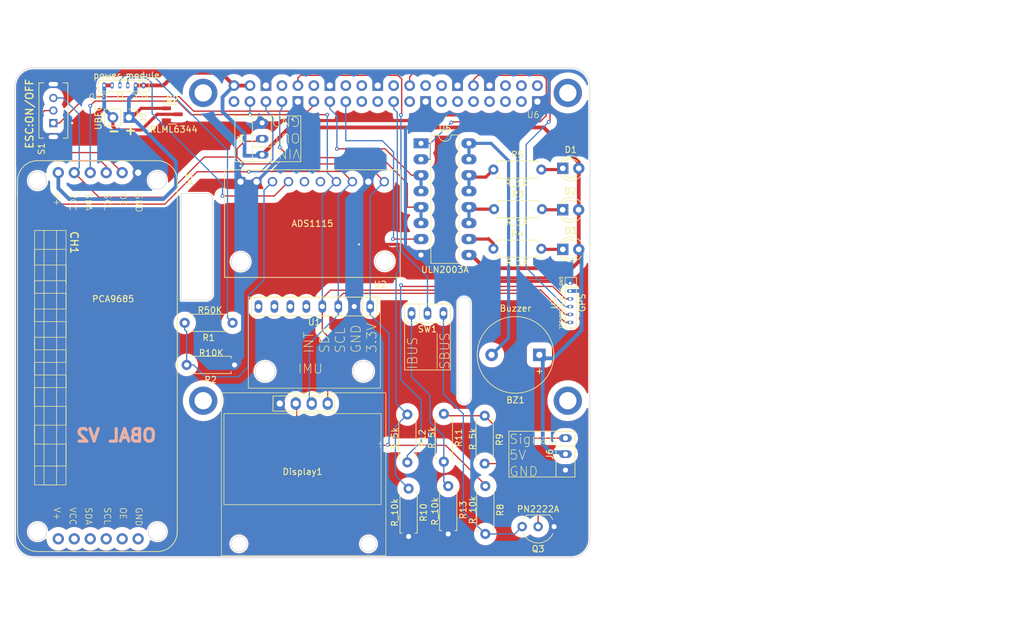
<source format=kicad_pcb>
(kicad_pcb (version 20240108) (generator "pcbnew") (generator_version "8.0")
  (layers (0 "F.Cu" signal) (31 "B.Cu" signal) (34 "B.Paste" user) (35 "F.Paste" user) (36 "B.SilkS" user "B.Silkscreen") (37 "F.SilkS" user "F.Silkscreen") (38 "B.Mask" user) (39 "F.Mask" user) (44 "Edge.Cuts" user))
  (net 0 "")
  (net 1 "+5V")
  (net 2 "Net-(BZ1--)")
  (net 3 "Net-(D1-K)")
  (net 4 "Net-(U5-O5)")
  (net 5 "Net-(D2-K)")
  (net 6 "Net-(U5-O7)")
  (net 7 "Net-(U5-O3)")
  (net 8 "Net-(D3-K)")
  (net 9 "GNDREF")
  (net 10 "/SDA")
  (net 11 "/SCL")
  (net 12 "+3V3")
  (net 13 "/Sense_Current")
  (net 14 "Net-(J1-Pin_4)")
  (net 15 "/GND_Terminal")
  (net 16 "/IBUS")
  (net 18 "/TX_GPS")
  (net 19 "/SBUS_Inverted")
  (net 20 "Net-(Q3-B)")
  (net 21 "/Sense_Voltage")
  (net 22 "/Servo_ENB")
  (net 23 "/PCA_ENB")
  (net 24 "Net-(J6-Pin_1)")
  (net 30 "/LED_B")
  (net 31 "/LED_C")
  (net 32 "/Buzzer")
  (net 33 "/LED_A")
  (net 41 "/RXD4")
  (net 42 "/xBUS_3V3")
  (net 54 "/TXD4")
  (footprint "Package_TO_SOT_SMD:SOT-23" (layer "F.Cu") (at 103.9 35)
    (property "Reference" "Q2")
    (property "Value" "IRLML6344")
  )
  (footprint "myLib_Footprint:power_module" (layer "F.Cu") (at 96.2 30.4 180)
    (property "Reference" "J1")
    (property "Value" "power_module")
  )
  (footprint "Resistor_THT:R_Axial_DIN0207_L6.3mm_D2.5mm_P7.62mm_Horizontal" (layer "F.Cu") (at 141.3 82.79 -90)
    (property "Reference" "R12")
    (property "Value" "R_5k")
  )
  (footprint "myLib_Footprint:RPI_4_Hat_B+" (layer "F.Cu") (at 137.825 31.595)
    (property "Reference" "U6")
    (property "Value" "RASPBERRY_PI_4B_4GB")
    (fp_line (start -59 -1) (end -59 71) (stroke (width 0.1)) (layer "Edge.Cuts"))
    (fp_line (start -56 -4) (end 29.5 -4) (stroke (width 0.1)) (layer "Edge.Cuts"))
    (fp_line (start -56 74) (end 29.5 74) (stroke (width 0.1)) (layer "Edge.Cuts"))
    (fp_line (start -32.5 16) (end -32.5 33) (stroke (width 0.1)) (layer "Edge.Cuts"))
    (fp_line (start -32.5 16) (end -28.5 16) (stroke (width 0.1)) (layer "Edge.Cuts"))
    (fp_line (start -32.5 33) (end -28.5 33) (stroke (width 0.1)) (layer "Edge.Cuts"))
    (fp_line (start -27.5 17) (end -27.5 32) (stroke (width 0.1)) (layer "Edge.Cuts"))
    (fp_line (start 11.5 33.5) (end 11.5 48.5) (stroke (width 0.1)) (layer "Edge.Cuts"))
    (fp_line (start 13.5 33.5) (end 13.5 48.5) (stroke (width 0.1)) (layer "Edge.Cuts"))
    (fp_line (start 32.5 -1) (end 32.5 71) (stroke (width 0.1)) (layer "Edge.Cuts"))
    (fp_arc (start -59 -1) (mid -58.12132 -3.12132) (end -56 -4) (stroke (width 0.1)) (layer "Edge.Cuts"))
    (fp_arc (start -56 74) (mid -58.12132 73.12132) (end -59 71) (stroke (width 0.1)) (layer "Edge.Cuts"))
    (fp_arc (start -28.5 16) (mid -27.792893 16.292893) (end -27.5 17) (stroke (width 0.1)) (layer "Edge.Cuts"))
    (fp_arc (start -27.5 32) (mid -27.792893 32.707107) (end -28.5 33) (stroke (width 0.1)) (layer "Edge.Cuts"))
    (fp_arc (start 11.5 33.5) (mid 12.5 32.5) (end 13.5 33.5) (stroke (width 0.1)) (layer "Edge.Cuts"))
    (fp_arc (start 13.5 48.5) (mid 12.5 49.5) (end 11.5 48.5) (stroke (width 0.1)) (layer "Edge.Cuts"))
    (fp_arc (start 29.5 -4) (mid 31.62132 -3.12132) (end 32.5 -1) (stroke (width 0.1)) (layer "Edge.Cuts"))
    (fp_arc (start 32.5 71) (mid 31.62132 73.12132) (end 29.5 74) (stroke (width 0.1)) (layer "Edge.Cuts"))
  )
  (footprint "myLib_Footprint:Regulator" (layer "F.Cu") (at 115.35 38.9 90)
    (property "Reference" "J4")
    (property "Value" "3v3_Regulator")
  )
  (footprint "Resistor_THT:R_Axial_DIN0207_L6.3mm_D2.5mm_P7.62mm_Horizontal" (layer "F.Cu") (at 141.5 94.59 -90)
    (property "Reference" "R10")
    (property "Value" "R_10k")
  )
  (footprint "Resistor_THT:R_Axial_DIN0207_L6.3mm_D2.5mm_P7.62mm_Horizontal" (layer "F.Cu") (at 154.99 56.4)
    (property "Reference" "R4")
    (property "Value" "R_1K")
  )
  (footprint "Resistor_THT:R_Axial_DIN0207_L6.3mm_D2.5mm_P7.62mm_Horizontal" (layer "F.Cu") (at 147.8 94.19 -90)
    (property "Reference" "R13")
    (property "Value" "R_10k")
  )
  (footprint "Buzzer_Beeper:Buzzer_12x9.5RM7.6" (layer "F.Cu") (at 162.3 73.3 180)
    (property "Reference" "BZ1")
    (property "Value" "Buzzer")
  )
  (footprint "LED_THT:LED_D3.0mm" (layer "F.Cu") (at 166.025 56.5)
    (property "Reference" "D3")
    (property "Value" "LED")
  )
  (footprint "myLib_Footprint:GY-912" (layer "F.Cu") (at 126.5 65.6)
    (property "Reference" "U1")
    (property "Value" "~")
    (fp_circle (center -7.834935 10.326354) (end -6.234219 10.326354) (stroke (width 0.1)) (fill none) (layer "Edge.Cuts"))
    (fp_circle (center 7.810536 10.303077) (end 9.411252 10.303077) (stroke (width 0.1)) (fill none) (layer "Edge.Cuts"))
  )
  (footprint "Resistor_THT:R_Axial_DIN0207_L6.3mm_D2.5mm_P7.62mm_Horizontal" (layer "F.Cu") (at 154.99 43.8)
    (property "Reference" "R5")
    (property "Value" "R_1K")
  )
  (footprint "Resistor_THT:R_Axial_DIN0207_L6.3mm_D2.5mm_P7.62mm_Horizontal" (layer "F.Cu") (at 147.1 82.69 -90)
    (property "Reference" "R11")
    (property "Value" "R_5k")
  )
  (footprint "Package_TO_SOT_THT:TO-92_Inline_Wide" (layer "F.Cu") (at 164.64 100.64 180)
    (property "Reference" "Q3")
    (property "Value" "PN2222A")
  )
  (footprint "Package_DIP:DIP-16_W7.62mm_LongPads" (layer "F.Cu") (at 143.475 39.625)
    (property "Reference" "U5")
    (property "Value" "ULN2003A")
  )
  (footprint "myLib_Footprint:xBUS_Selector" (layer "F.Cu") (at 144.5 66.7)
    (property "Reference" "SW1")
    (property "Value" "SW_SPDT_321")
  )
  (footprint "myLib_Footprint:SSD1306" (layer "F.Cu") (at 124.625 91.65)
    (property "Reference" "Display1")
    (property "Value" "SSD1306")
    (fp_circle (center -10.115912 11.734088) (end -8.85 11.734088) (stroke (width 0.1)) (fill none) (layer "Edge.Cuts"))
    (fp_circle (center 10.490611 11.748724) (end 11.756523 11.748724) (stroke (width 0.1)) (fill none) (layer "Edge.Cuts"))
  )
  (footprint "myLib_Footprint:GPS_SH1.0" (layer "F.Cu") (at 167.2 65 -90)
    (property "Reference" "U4")
    (property "Value" "GPS")
  )
  (footprint "Resistor_THT:R_Axial_DIN0207_L6.3mm_D2.5mm_P7.62mm_Horizontal" (layer "F.Cu") (at 113.81 74.9 180)
    (property "Reference" "R2")
    (property "Value" "R10K")
  )
  (footprint "SS12D07VG4:SW_SS12D07VG4" (layer "F.Cu") (at 84.9875 34.4 90)
    (property "Reference" "S1")
    (property "Value" "SS12D07VG4")
  )
  (footprint "ADS1115:MODULE_ADS1115" (layer "F.Cu") (at 126.2 52.4 180)
    (property "Reference" "U2")
    (property "Value" "ADS1115")
    (fp_circle (center 11.418553 -6.061728) (end 12.918553 -6.061728) (stroke (width 0.1)) (fill none) (layer "Edge.Cuts"))
    (fp_circle (center -11.5 -6) (end -10 -6) (stroke (width 0.1)) (fill none) (layer "Edge.Cuts"))
  )
  (footprint "Resistor_THT:R_Axial_DIN0207_L6.3mm_D2.5mm_P7.62mm_Horizontal" (layer "F.Cu") (at 113.5 68.2 180)
    (property "Reference" "R1")
    (property "Value" "R50K")
  )
  (footprint "LED_THT:LED_D3.0mm" (layer "F.Cu") (at 166 50.2)
    (property "Reference" "D2")
    (property "Value" "LED")
  )
  (footprint "LED_THT:LED_D3.0mm" (layer "F.Cu") (at 166.025 43.6)
    (property "Reference" "D1")
    (property "Value" "LED")
  )
  (footprint "Resistor_THT:R_Axial_DIN0207_L6.3mm_D2.5mm_P7.62mm_Horizontal" (layer "F.Cu") (at 153.6 82.99 -90)
    (property "Reference" "R9")
    (property "Value" "R_5k")
  )
  (footprint "PCA9685:MODULE_815" (layer "F.Cu") (at 92 73.5 -90)
    (property "Reference" "U3")
    (property "Value" "PCA9685")
    (fp_circle (center -27.94 9.525) (end -26.5 9.525) (stroke (width 0.1)) (fill none) (layer "Edge.Cuts"))
    (fp_circle (center 27.94 9.525) (end 29.38 9.525) (stroke (width 0.1)) (fill none) (layer "Edge.Cuts"))
    (fp_circle (center -28 -9.525) (end -26.56 -9.525) (stroke (width 0.1)) (fill none) (layer "Edge.Cuts"))
    (fp_circle (center 27.94 -9.525) (end 29.38 -9.525) (stroke (width 0.1)) (fill none) (layer "Edge.Cuts"))
  )
  (footprint "Connector_PinHeader_2.54mm:PinHeader_1x02_P2.54mm_Vertical" (layer "F.Cu") (at 97 35.5 -90)
    (property "Reference" "J7")
    (property "Value" "UBEC")
  )
  (footprint "myLib_Footprint:RCInput_xBUS" (layer "F.Cu") (at 166.45 89.1 -90)
    (property "Reference" "J6")
    (property "Value" "RCInput")
  )
  (footprint "Resistor_THT:R_Axial_DIN0207_L6.3mm_D2.5mm_P7.62mm_Horizontal" (layer "F.Cu") (at 155.09 50.1)
    (property "Reference" "R3")
    (property "Value" "R_1K")
  )
  (footprint "Resistor_THT:R_Axial_DIN0207_L6.3mm_D2.5mm_P7.62mm_Horizontal" (layer "F.Cu") (at 153.7 94.19 -90)
    (property "Reference" "R8")
    (property "Value" "R_10k")
  )
  (gr_text "OBAL V2" (at 101.6 87.3 0) (layer "B.SilkS") (effects (font (size 2 2) (thickness 0.5) (bold yes)) (justify left bottom mirror)))
  (gr_text "CH1" (at 87.6 53.5 270) (layer "F.SilkS") (effects (font (size 1.2 1.2) (thickness 0.2) (bold yes)) (justify left bottom)))
  (gr_text "ESC:ON/OFF" (at 81.9 40.6 90) (layer "F.SilkS") (effects (font (size 1.2 1.2) (thickness 0.2)) (justify left bottom)))
  (gr_text "-" (at 93.5 38.5 0) (layer "F.SilkS") (effects (font (size 1.5 1.5) (thickness 0.3) (bold yes)) (justify left bottom)))
  (gr_text "+" (at 96.5 36.5 -90) (layer "F.SilkS") (effects (font (size 1.5 1.5) (thickness 0.3) (bold yes)) (justify left bottom)))
  (segment (start 167.4 59.6) (end 164.5 59.6) (width 0.6) (layer "F.Cu") (net 1))
  (segment (start 168.54 50.74) (end 168.565 50.765) (width 0.6) (layer "F.Cu") (net 1))
  (segment (start 168.565 50.765) (end 168.565 56.5) (width 0.6) (layer "F.Cu") (net 1))
  (segment (start 164.4 59.5) (end 164.6083 59.5) (width 0.6) (layer "F.Cu") (net 1))
  (segment (start 102.9625 34.05) (end 98.95 34.05) (width 0.5) (layer "F.Cu") (net 1))
  (segment (start 151.505 57.405) (end 153.6 59.5) (width 0.6) (layer "F.Cu") (net 1))
  (segment (start 153.6 59.5) (end 164.4 59.5) (width 0.6) (layer "F.Cu") (net 1))
  (segment (start 104.5102 28.4) (end 111.692 28.4) (width 0.6) (layer "F.Cu") (net 1))
  (segment (start 168.565 56.5) (end 168.565 58.435) (width 0.6) (layer "F.Cu") (net 1))
  (segment (start 168.565 43.6) (end 168.565 50.175) (width 0.6) (layer "F.Cu") (net 1))
  (segment (start 168.565 58.435) (end 167.4 59.6) (width 0.6) (layer "F.Cu") (net 1))
  (segment (start 98.075 30.4) (end 99.325 30.4) (width 0.6) (layer "F.Cu") (net 1))
  (segment (start 164.5 59.6) (end 164.4 59.5) (width 0.6) (layer "F.Cu") (net 1))
  (segment (start 118.2 41.44) (end 122.54 37.1) (width 0.6) (layer "F.Cu") (net 1))
  (segment (start 98.95 34.05) (end 97 36) (width 0.5) (layer "F.Cu") (net 1))
  (segment (start 168.54 50.2) (end 168.54 50.74) (width 0.6) (layer "F.Cu") (net 1))
  (segment (start 122.54 37.1) (end 163 37.1) (width 0.6) (layer "F.Cu") (net 1))
  (segment (start 151.095 57.405) (end 151.505 57.405) (width 0.6) (layer "F.Cu") (net 1))
  (segment (start 168.565 42.665) (end 168.565 43.6) (width 0.6) (layer "F.Cu") (net 1))
  (segment (start 163 37.1) (end 168.565 42.665) (width 0.6) (layer "F.Cu") (net 1))
  (segment (start 116.265 30.433) (end 113.725 30.433) (width 0.6) (layer "F.Cu") (net 1))
  (segment (start 102.5102 30.4) (end 104.5102 28.4) (width 0.6) (layer "F.Cu") (net 1))
  (segment (start 99.325 30.4) (end 102.5102 30.4) (width 0.6) (layer "F.Cu") (net 1))
  (segment (start 111.692 28.4) (end 113.725 30.433) (width 0.6) (layer "F.Cu") (net 1))
  (segment (start 168.565 50.175) (end 168.54 50.2) (width 0.6) (layer "F.Cu") (net 1))
  (segment (start 118.2 41.44) (end 118.04 41.6) (width 0.6) (layer "B.Cu") (net 1))
  (segment (start 169 63.1) (end 168.975 63.125) (width 0.6) (layer "B.Cu") (net 1))
  (segment (start 115.4 41.6) (end 115.4 38.0891) (width 0.6) (layer "B.Cu") (net 1))
  (segment (start 168.975 63.125) (end 167.2 63.125) (width 0.6) (layer "B.Cu") (net 1))
  (segment (start 97.5 35.5) (end 104.5 42.5) (width 0.6) (layer "B.Cu") (net 1))
  (segment (start 115.4 38.0891) (end 111.9 34.5891) (width 0.6) (layer "B.Cu") (net 1))
  (segment (start 87.5 48.5) (end 85.777 46.777) (width 0.6) (layer "B.Cu") (net 1))
  (segment (start 164.5623 73.8377) (end 169 69.4) (width 0.6) (layer "B.Cu") (net 1))
  (segment (start 104.5 46.5) (end 102.5 48.5) (width 0.6) (layer "B.Cu") (net 1))
  (segment (start 162.3 73.3) (end 162.8377 73.8377) (width 0.6) (layer "B.Cu") (net 1))
  (segment (start 164.1 88.8) (end 162.8377 87.5377) (width 0.6) (layer "B.Cu") (net 1))
  (segment (start 97 35.5) (end 97.5 35.5) (width 0.6) (layer "B.Cu") (net 1))
  (segment (start 169 63.1) (end 169 56.935) (width 0.6) (layer "B.Cu") (net 1))
  (segment (start 98.075 31.525) (end 97 32.6) (width 0.6) (layer "B.Cu") (net 1))
  (segment (start 85.777 46.777) (end 85.777 44.29) (width 0.6) (layer "B.Cu") (net 1))
  (segment (start 111.9 32.258) (end 113.725 30.433) (width 0.6) (layer "B.Cu") (net 1))
  (segment (start 111.9 34.5891) (end 111.9 32.258) (width 0.6) (layer "B.Cu") (net 1))
  (segment (start 166.45 89.1) (end 166.15 88.8) (width 0.6) (layer "B.Cu") (net 1))
  (segment (start 162.8377 87.5377) (end 162.8377 73.8377) (width 0.6) (layer "B.Cu") (net 1))
  (segment (start 169 56.935) (end 168.565 56.5) (width 0.6) (layer "B.Cu") (net 1))
  (segment (start 98.075 31.525) (end 98.075 30.4) (width 0.6) (layer "B.Cu") (net 1))
  (segment (start 97 32.6) (end 97 35.5) (width 0.6) (layer "B.Cu") (net 1))
  (segment (start 118.04 41.6) (end 115.4 41.6) (width 0.6) (layer "B.Cu") (net 1))
  (segment (start 162.8377 73.8377) (end 164.5623 73.8377) (width 0.6) (layer "B.Cu") (net 1))
  (segment (start 102.5 48.5) (end 87.5 48.5) (width 0.6) (layer "B.Cu") (net 1))
  (segment (start 104.5 42.5) (end 104.5 46.5) (width 0.6) (layer "B.Cu") (net 1))
  (segment (start 166.15 88.8) (end 164.1 88.8) (width 0.6) (layer "B.Cu") (net 1))
  (segment (start 169 69.4) (end 169 63.1) (width 0.6) (layer "B.Cu") (net 1))
  (segment (start 151.095 39.625) (end 152.5967 39.625) (width 0.2) (layer "B.Cu") (net 2))
  (segment (start 151.095 42.165) (end 151.095 39.625) (width 0.5) (layer "B.Cu") (net 2))
  (segment (start 154.7 73.3) (end 157.4 70.6) (width 0.5) (layer "B.Cu") (net 2))
  (segment (start 157.4 70.6) (end 157.4 42.4) (width 0.5) (layer "B.Cu") (net 2))
  (segment (start 157.4 42.4) (end 154.625 39.625) (width 0.5) (layer "B.Cu") (net 2))
  (segment (start 154.625 39.625) (end 151.095 39.625) (width 0.5) (layer "B.Cu") (net 2))
  (segment (start 162.61 43.8) (end 165.825 43.8) (width 0.5) (layer "F.Cu") (net 3))
  (segment (start 165.825 43.8) (end 166.025 43.6) (width 0.5) (layer "F.Cu") (net 3))
  (segment (start 151.41 50.1) (end 151.095 49.785) (width 0.5) (layer "F.Cu") (net 4))
  (segment (start 155.09 50.1) (end 151.41 50.1) (width 0.5) (layer "F.Cu") (net 4))
  (segment (start 151.095 49.785) (end 151.095 52.325) (width 0.5) (layer "B.Cu") (net 4))
  (segment (start 162.81 50.2) (end 162.71 50.1) (width 0.5) (layer "F.Cu") (net 5))
  (segment (start 165.9 50.1) (end 166 50.2) (width 0.2) (layer "F.Cu") (net 5))
  (segment (start 166 50.2) (end 162.81 50.2) (width 0.5) (layer "F.Cu") (net 5))
  (segment (start 154.135 54.865) (end 151.095 54.865) (width 0.5) (layer "F.Cu") (net 6))
  (segment (start 154.2 54.8) (end 154.135 54.865) (width 0.5) (layer "F.Cu") (net 6))
  (segment (start 154.99 55.59) (end 154.2 54.8) (width 0.5) (layer "F.Cu") (net 6))
  (segment (start 154.99 56.4) (end 154.99 55.59) (width 0.5) (layer "F.Cu") (net 6))
  (segment (start 151.39 45) (end 151.095 44.705) (width 0.5) (layer "F.Cu") (net 7))
  (segment (start 154.99 43.8) (end 153.79 45) (width 0.5) (layer "F.Cu") (net 7))
  (segment (start 153.79 45) (end 151.39 45) (width 0.5) (layer "F.Cu") (net 7))
  (segment (start 151.095 44.705) (end 151.095 47.245) (width 0.5) (layer "B.Cu") (net 7))
  (segment (start 166.025 56.5) (end 162.71 56.5) (width 0.5) (layer "F.Cu") (net 8))
  (segment (start 162.71 56.5) (end 162.61 56.4) (width 0.5) (layer "F.Cu") (net 8))
  (segment (start 98.477 38.6) (end 100.3125 38.6) (width 0.5) (layer "F.Cu") (net 9))
  (segment (start 121.005 81.05) (end 119.9033 81.05) (width 0.2) (layer "F.Cu") (net 9))
  (segment (start 102.9625 35.95) (end 104.0125 37) (width 0.5) (layer "F.Cu") (net 9))
  (segment (start 147.8 101.81) (end 143.0017 101.81) (width 0.5) (layer "F.Cu") (net 9))
  (segment (start 123 35.8) (end 121.7 35.8) (width 0.2) (layer "F.Cu") (net 9))
  (segment (start 84.9875 38.6) (end 98.477 38.6) (width 0.5) (layer "F.Cu") (net 9))
  (segment (start 144.205 34.295) (end 142.5 36) (width 0.5) (layer "F.Cu") (net 9))
  (segment (start 144.9767 57.405) (end 143.475 57.405) (width 0.5) (layer "F.Cu") (net 9))
  (segment (start 100.3125 38.6) (end 102.9625 35.95) (width 0.5) (layer "F.Cu") (net 9))
  (segment (start 118.2 36.36) (end 120.94 36.36) (width 0.5) (layer "F.Cu") (net 9))
  (segment (start 120.94 36.36) (end 121.3 36) (width 0.5) (layer "F.Cu") (net 9))
  (segment (start 147.8 101.81) (end 150.29 104.3) (width 0.5) (layer "F.Cu") (net 9))
  (segment (start 119.9033 80.9933) (end 119.9033 81.05) (width 0.2) (layer "F.Cu") (net 9))
  (segment (start 98.477 38.6) (end 98.477 44.29) (width 0.5) (layer "F.Cu") (net 9))
  (segment (start 162.9 104.3) (end 164.64 102.56) (width 0.5) (layer "F.Cu") (net 9))
  (segment (start 140.2797 55.7114) (end 141.9733 57.405) (width 0.5) (layer "F.Cu") (net 9))
  (segment (start 117.31 45.7325) (end 114.77 45.7325) (width 0.5) (layer "F.Cu") (net 9))
  (segment (start 164.64 102.56) (end 164.64 100.64) (width 0.5) (layer "F.Cu") (net 9))
  (segment (start 141.5 102.21) (end 142.6017 102.21) (width 0.5) (layer "F.Cu") (net 9))
  (segment (start 145 35.1) (end 161.6 35.1) (width 0.5) (layer "F.Cu") (net 9))
  (segment (start 133.6 55.7114) (end 140.2797 55.7114) (width 0.5) (layer "F.Cu") (net 9))
  (segment (start 143.475 57.405) (end 141.9733 57.405) (width 0.2) (layer "F.Cu") (net 9))
  (segment (start 121.3 36) (end 121.5 36) (width 0.2) (layer "F.Cu") (net 9))
  (segment (start 144.205 32.973) (end 144.205 34.305) (width 0.5) (layer "F.Cu") (net 9))
  (segment (start 149.1717 61.6) (end 144.9767 57.405) (width 0.5) (layer "F.Cu") (net 9))
  (segment (start 143.0017 101.81) (end 142.6017 102.21) (width 0.5) (layer "F.Cu") (net 9))
  (segment (start 113.81 74.9) (end 119.9033 80.9933) (width 0.5) (layer "F.Cu") (net 9))
  (segment (start 121.7 35.8) (end 121.5 36) (width 0.2) (layer "F.Cu") (net 9))
  (segment (start 142.5 36) (end 121.5 36) (width 0.5) (layer "F.Cu") (net 9))
  (segment (start 116.2583 37) (end 116.8983 36.36) (width 0.5) (layer "F.Cu") (net 9))
  (segment (start 162 34.7) (end 161.985 34.685) (width 0.2) (layer "F.Cu") (net 9))
  (segment (start 150.29 104.3) (end 162.9 104.3) (width 0.5) (layer "F.Cu") (net 9))
  (segment (start 104.0125 37) (end 116.2583 37) (width 0.5) (layer "F.Cu") (net 9))
  (segment (start 161.6 35.1) (end 162 34.7) (width 0.5) (layer "F.Cu") (net 9))
  (segment (start 161.985 34.685) (end 161.985 32.973) (width 0.5) (layer "F.Cu") (net 9))
  (segment (start 116.8983 36.36) (end 118.2 36.36) (width 0.5) (layer "F.Cu") (net 9))
  (segment (start 144.205 32.973) (end 144.205 34.295) (width 0.5) (layer "F.Cu") (net 9))
  (segment (start 166.925 61.6) (end 149.1717 61.6) (width 0.5) (layer "F.Cu") (net 9))
  (segment (start 144.205 34.305) (end 145 35.1) (width 0.5) (layer "F.Cu") (net 9))
  (segment (start 167.2 61.875) (end 166.925 61.6) (width 0.5) (layer "F.Cu") (net 9))
  (via (at 123 35.8) (size 0.6) (drill 0.3) (layers "F.Cu" "B.Cu") (net 9))
  (via (at 133.6 55.7114) (size 0.6) (drill 0.3) (layers "F.Cu" "B.Cu") (net 9))
  (segment (start 154.1 28.4) (end 154.365 28.665) (width 0.2) (layer "B.Cu") (net 9))
  (segment (start 154.1 28.4) (end 163.2 28.4) (width 0.5) (layer "B.Cu") (net 9))
  (segment (start 164.64 94.74) (end 164.64 100.64) (width 0.5) (layer "B.Cu") (net 9))
  (segment (start 118.805 30.433) (end 118.805 28.995) (width 0.5) (layer "B.Cu") (net 9))
  (segment (start 132.85 65.6) (end 132.85 66.9017) (width 0.5) (layer "B.Cu") (net 9))
  (segment (start 142.305 57.405) (end 141 56.1) (width 0.5) (layer "B.Cu") (net 9))
  (segment (start 163.2 28.4) (end 163.8 29) (width 0.5) (layer "B.Cu") (net 9))
  (segment (start 137.2628 96.8711) (end 141.5 101.1083) (width 0.5) (layer "B.Cu") (net 9))
  (segment (start 164.6 94.7) (end 164.64 94.74) (width 0.5) (layer "B.Cu") (net 9))
  (segment (start 130.3 28.4) (end 136.8 28.4) (width 0.5) (layer "B.Cu") (net 9))
  (segment (start 132.85 66.9017) (end 137.2627 71.3144) (width 0.5) (layer "B.Cu") (net 9))
  (segment (start 141 56.1) (end 141 37.4) (width 0.5) (layer "B.Cu") (net 9))
  (segment (start 117.31 60.89) (end 115.1 63.1) (width 0.5) (layer "B.Cu") (net 9))
  (segment (start 154.365 28.665) (end 154.365 30.433) (width 0.5) (layer "B.Cu") (net 9))
  (segment (start 163.427 32.973) (end 161.985 32.973) (width 0.5) (layer "B.Cu") (net 9))
  (segment (start 115.1 73.61) (end 113.81 74.9) (width 0.5) (layer "B.Cu") (net 9))
  (segment (start 123 35.8) (end 123.785 35.8) (width 0.5) (layer "B.Cu") (net 9))
  (segment (start 141.5 102.21) (end 141.5 101.1083) (width 0.5) (layer "B.Cu") (net 9))
  (segment (start 118.805 28.995) (end 119.4 28.4) (width 0.5) (layer "B.Cu") (net 9))
  (segment (start 163.8 29) (end 163.8 32.6) (width 0.5) (layer "B.Cu") (net 9))
  (segment (start 132.85 47.9725) (end 135.09 45.7325) (width 0.5) (layer "B.Cu") (net 9))
  (segment (start 136.67 28.4) (end 149.23 28.4) (width 0.5) (layer "B.Cu") (net 9))
  (segment (start 119.4 28.4) (end 130.3 28.4) (width 0.5) (layer "B.Cu") (net 9))
  (segment (start 123.885 39.1575) (end 123.885 35.7) (width 0.5) (layer "B.Cu") (net 9))
  (segment (start 149.23 28.4) (end 149.315 28.485) (width 0.2) (layer "B.Cu") (net 9))
  (segment (start 149.4 28.4) (end 154.1 28.4) (width 0.5) (layer "B.Cu") (net 9))
  (segment (start 137.2627 96.8711) (end 137.2628 96.8711) (width 0.2) (layer "B.Cu") (net 9))
  (segment (start 135.4333 45.3892) (end 135.09 45.7325) (width 0.2) (layer "B.Cu") (net 9))
  (segment (start 84.9875 30.2) (end 82.7 30.2) (width 0.2) (layer "B.Cu") (net 9))
  (segment (start 132.85 56.4614) (end 132.85 47.9725) (width 0.5) (layer "B.Cu") (net 9))
  (segment (start 132.85 56.4614) (end 133.6 55.7114) (width 0.5) (layer "B.Cu") (net 9))
  (segment (start 143.6 34.8) (end 143.6 33.578) (width 0.5) (layer "B.Cu") (net 9))
  (segment (start 123.785 35.8) (end 123.885 35.7) (width 0.2) (layer "B.Cu") (net 9))
  (segment (start 115.1 63.1) (end 115.1 73.61) (width 0.5) (layer "B.Cu") (net 9))
  (segment (start 117.31 45.7325) (end 117.31 60.89) (width 0.5) (layer "B.Cu") (net 9))
  (segment (start 132.85 65.6) (end 132.85 56.4614) (width 0.5) (layer "B.Cu") (net 9))
  (segment (start 141 37.4) (end 143.6 34.8) (width 0.5) (layer "B.Cu") (net 9))
  (segment (start 117.31 45.7325) (end 123.885 39.1575) (width 0.5) (layer "B.Cu") (net 9))
  (segment (start 137.2627 71.3144) (end 137.2627 96.8711) (width 0.5) (layer "B.Cu") (net 9))
  (segment (start 128.965 30.433) (end 128.965 29.735) (width 0.2) (layer "B.Cu") (net 9))
  (segment (start 166.45 92.5417) (end 164.6 94.3917) (width 0.5) (layer "B.Cu") (net 9))
  (segment (start 149.285 28.515) (end 149.285 30.433) (width 0.5) (layer "B.Cu") (net 9))
  (segment (start 82.7 38.6) (end 84.9875 38.6) (width 0.2) (layer "B.Cu") (net 9))
  (segment (start 143.6 33.578) (end 144.205 32.973) (width 0.2) (layer "B.Cu") (net 9))
  (segment (start 149.315 28.485) (end 149.285 28.515) (width 0.2) (layer "B.Cu") (net 9))
  (segment (start 143.475 57.405) (end 142.305 57.405) (width 0.5) (layer "B.Cu") (net 9))
  (segment (start 82.7 30.2) (end 82.7 38.6) (width 0.2) (layer "B.Cu") (net 9))
  (segment (start 128.965 29.735) (end 130.3 28.4) (width 0.2) (layer "B.Cu") (net 9))
  (segment (start 163.427 32.973) (end 163.8 32.6) (width 0.5) (layer "B.Cu") (net 9))
  (segment (start 123.885 35.7) (end 123.885 32.973) (width 0.5) (layer "B.Cu") (net 9))
  (segment (start 164.6 94.3917) (end 164.6 94.7) (width 0.5) (layer "B.Cu") (net 9))
  (segment (start 136.585 28.485) (end 136.67 28.4) (width 0.2) (layer "B.Cu") (net 9))
  (segment (start 166.45 91.64) (end 166.45 92.5417) (width 0.5) (layer "B.Cu") (net 9))
  (segment (start 149.315 28.485) (end 149.4 28.4) (width 0.2) (layer "B.Cu") (net 9))
  (segment (start 118.805 30.433) (end 118.805 31.0088) (width 0.2) (layer "B.Cu") (net 9))
  (segment (start 136.585 28.485) (end 136.585 30.433) (width 0.2) (layer "B.Cu") (net 9))
  (segment (start 127.77 65.6) (end 127.77 64.2983) (width 0.2) (layer "F.Cu") (net 10))
  (segment (start 106.8768 35.057) (end 104.7198 32.9) (width 0.2) (layer "F.Cu") (net 10))
  (segment (start 116.265 35.057) (end 128.5648 35.057) (width 0.2) (layer "F.Cu") (net 10))
  (segment (start 128.5 70.4) (end 128.625 70.525) (width 0.2) (layer "F.Cu") (net 10))
  (segment (start 128.5 70.2) (end 128.5 70.4) (width 0.2) (layer "F.Cu") (net 10))
  (segment (start 128.625 70.525) (end 128.625 81.05) (width 0.2) (layer "F.Cu") (net 10))
  (segment (start 166.3983 66.875) (end 167.2 66.875) (width 0.2) (layer "F.Cu") (net 10))
  (segment (start 116.265 35.057) (end 106.8768 35.057) (width 0.2) (layer "F.Cu") (net 10))
  (segment (start 127.77 65.6) (end 127.77 69.47) (width 0.2) (layer "F.Cu") (net 10))
  (segment (start 127.77 64.2983) (end 129.0683 63) (width 0.2) (layer "F.Cu") (net 10))
  (segment (start 162.5233 63) (end 166.3983 66.875) (width 0.2) (layer "F.Cu") (net 10))
  (segment (start 104.7198 32.9) (end 91.5916 32.9) (width 0.2) (layer "F.Cu") (net 10))
  (segment (start 129.0683 63) (end 162.5233 63) (width 0.2) (layer "F.Cu") (net 10))
  (segment (start 127.77 69.47) (end 128.5 70.2) (width 0.2) (layer "F.Cu") (net 10))
  (segment (start 91.5916 32.9) (end 90.857 33.6346) (width 0.2) (layer "F.Cu") (net 10))
  (via (at 116.265 35.057) (size 0.6) (drill 0.3) (layers "F.Cu" "B.Cu") (net 10))
  (via (at 90.857 33.6346) (size 0.6) (drill 0.3) (layers "F.Cu" "B.Cu") (net 10))
  (via (at 128.5648 35.057) (size 0.6) (drill 0.3) (layers "F.Cu" "B.Cu") (net 10))
  (segment (start 116.265 32.973) (end 116.265 35.057) (width 0.2) (layer "B.Cu") (net 10))
  (segment (start 127.77 47.9725) (end 127.77 65.6) (width 0.2) (layer "B.Cu") (net 10))
  (segment (start 128.5648 44.2873) (end 128.5648 35.057) (width 0.2) (layer "B.Cu") (net 10))
  (segment (start 90.857 44.29) (end 90.857 33.6346) (width 0.2) (layer "B.Cu") (net 10))
  (segment (start 130.01 45.7325) (end 128.5648 44.2873) (width 0.2) (layer "B.Cu") (net 10))
  (segment (start 130.01 45.7325) (end 127.77 47.9725) (width 0.2) (layer "B.Cu") (net 10))
  (segment (start 130.31 64.2983) (end 131.1083 63.5) (width 0.2) (layer "F.Cu") (net 11))
  (segment (start 81.7 49.3) (end 80.4 48) (width 0.2) (layer "F.Cu") (net 11))
  (segment (start 161.7733 63.5) (end 166.3983 68.125) (width 0.2) (layer "F.Cu") (net 11))
  (segment (start 116.1535 44.1) (end 130.9175 44.1) (width 0.2) (layer "F.Cu") (net 11))
  (segment (start 130.31 65.6) (end 130.31 64.2983) (width 0.2) (layer "F.Cu") (net 11))
  (segment (start 92.5 42.4) (end 93.4 43.3) (width 0.2) (layer "F.Cu") (net 11))
  (segment (start 130.9175 44.1) (end 132.55 45.7325) (width 0.2) (layer "F.Cu") (net 11))
  (segment (start 102.7068 49.3) (end 81.7 49.3) (width 0.2) (layer "F.Cu") (net 11))
  (segment (start 80.4 43.5) (end 81.5 42.4) (width 0.2) (layer "F.Cu") (net 11))
  (segment (start 107.8563 44.1505) (end 102.7068 49.3) (width 0.2) (layer "F.Cu") (net 11))
  (segment (start 80.4 48) (end 80.4 43.5) (width 0.2) (layer "F.Cu") (net 11))
  (segment (start 93.4 43.3) (end 93.397 43.303) (width 0.2) (layer "F.Cu") (net 11))
  (segment (start 93.397 43.303) (end 93.397 44.29) (width 0.2) (layer "F.Cu") (net 11))
  (segment (start 116.103 44.1505) (end 116.1535 44.1) (width 0.2) (layer "F.Cu") (net 11))
  (segment (start 166.3983 68.125) (end 167.2 68.125) (width 0.2) (layer "F.Cu") (net 11))
  (segment (start 81.5 42.4) (end 92.5 42.4) (width 0.2) (layer "F.Cu") (net 11))
  (segment (start 116.103 44.1505) (end 107.8563 44.1505) (width 0.2) (layer "F.Cu") (net 11))
  (segment (start 131.1083 63.5) (end 161.7733 63.5) (width 0.2) (layer "F.Cu") (net 11))
  (via (at 116.103 44.1505) (size 0.6) (drill 0.3) (layers "F.Cu" "B.Cu") (net 11))
  (segment (start 118.805 34.405) (end 119.9 35.5) (width 0.2) (layer "B.Cu") (net 11))
  (segment (start 119.9 42.2) (end 117.9496 44.1504) (width 0.2) (layer "B.Cu") (net 11))
  (segment (start 130.31 66.9017) (end 125.7 71.5117) (width 0.2) (layer "B.Cu") (net 11))
  (segment (start 119.9 35.5) (end 119.9 42.2) (width 0.2) (layer "B.Cu") (net 11))
  (segment (start 130.31 47.9725) (end 130.31 65.6) (width 0.2) (layer "B.Cu") (net 11))
  (segment (start 116.103 44.1504) (end 116.103 44.1505) (width 0.2) (layer "B.Cu") (net 11))
  (segment (start 118.805 32.973) (end 118.805 34.405) (width 0.2) (layer "B.Cu") (net 11))
  (segment (start 130.31 65.6) (end 130.31 66.9017) (width 0.2) (layer "B.Cu") (net 11))
  (segment (start 125.7 71.5117) (end 125.7 80.665) (width 0.2) (layer "B.Cu") (net 11))
  (segment (start 132.55 45.7325) (end 130.31 47.9725) (width 0.2) (layer "B.Cu") (net 11))
  (segment (start 117.9496 44.1504) (end 116.103 44.1504) (width 0.2) (layer "B.Cu") (net 11))
  (segment (start 125.7 80.665) (end 126.085 81.05) (width 0.2) (layer "B.Cu") (net 11))
  (segment (start 134.7975 42.9) (end 137.63 45.7325) (width 0.2) (layer "F.Cu") (net 12))
  (segment (start 102.6 48.2) (end 108.9943 41.8057) (width 0.2) (layer "F.Cu") (net 12))
  (segment (start 138.2 87.6) (end 138.3 87.7) (width 0.2) (layer "F.Cu") (net 12))
  (segment (start 147.4 87.7) (end 153.7 94) (width 0.2) (layer "F.Cu") (net 12))
  (segment (start 114.2 41.8057) (end 114.2057 41.8057) (width 0.2) (layer "F.Cu") (net 12))
  (segment (start 118.2 38.9) (end 117.8 39.3) (width 0.2) (layer "F.Cu") (net 12))
  (segment (start 114.2057 41.8057) (end 115.3 42.9) (width 0.2) (layer "F.Cu") (net 12))
  (segment (start 108.9943 41.8057) (end 114.2 41.8057) (width 0.2) (layer "F.Cu") (net 12))
  (segment (start 117.8 39.3) (end 115.4 39.3) (width 0.2) (layer "F.Cu") (net 12))
  (segment (start 138.2 87.6) (end 138.1 87.7) (width 0.2) (layer "F.Cu") (net 12))
  (segment (start 153.7 94) (end 153.7 94.19) (width 0.2) (layer "F.Cu") (net 12))
  (segment (start 123.7 81.205) (end 123.545 81.05) (width 0.2) (layer "F.Cu") (net 12))
  (segment (start 125.8 87.7) (end 123.7 85.6) (width 0.2) (layer "F.Cu") (net 12))
  (segment (start 115.3 42.9) (end 134.7975 42.9) (width 0.2) (layer "F.Cu") (net 12))
  (segment (start 123.7 85.6) (end 123.7 81.205) (width 0.2) (layer "F.Cu") (net 12))
  (segment (start 138.1 87.7) (end 125.8 87.7) (width 0.2) (layer "F.Cu") (net 12))
  (segment (start 114.2 40.5) (end 114.2 41.8057) (width 0.2) (layer "F.Cu") (net 12))
  (segment (start 88.317 44.29) (end 92.227 48.2) (width 0.2) (layer "F.Cu") (net 12))
  (segment (start 138.3 87.7) (end 147.4 87.7) (width 0.2) (layer "F.Cu") (net 12))
  (segment (start 92.227 48.2) (end 102.6 48.2) (width 0.2) (layer "F.Cu") (net 12))
  (segment (start 115.4 39.3) (end 114.2 40.5) (width 0.2) (layer "F.Cu") (net 12))
  (via (at 138.2 87.6) (size 0.6) (drill 0.3) (layers "F.Cu" "B.Cu") (net 12))
  (segment (start 86.5 32.4) (end 89.1 35) (width 0.2) (layer "B.Cu") (net 12))
  (segment (start 137.63 45.7325) (end 135.39 47.9725) (width 0.2) (layer "B.Cu") (net 12))
  (segment (start 138.3877 69.8994) (end 135.39 66.9017) (width 0.2) (layer "B.Cu") (net 12))
  (segment (start 138.3877 87.4123) (end 138.3877 69.8994) (width 0.2) (layer "B.Cu") (net 12))
  (segment (start 138.2 87.6) (end 138.3877 87.4123) (width 0.2) (layer "B.Cu") (net 12))
  (segment (start 84.9875 32.4) (end 86.5 32.4) (width 0.2) (layer "B.Cu") (net 12))
  (segment (start 89.1 35) (end 89.1 43.507) (width 0.2) (layer "B.Cu") (net 12))
  (segment (start 89.1 43.507) (end 88.317 44.29) (width 0.2) (layer "B.Cu") (net 12))
  (segment (start 135.39 66.9017) (end 135.39 65.6) (width 0.2) (layer "B.Cu") (net 12))
  (segment (start 135.39 47.9725) (end 135.39 65.6) (width 0.2) (layer "B.Cu") (net 12))
  (segment (start 120.1225 48) (end 122.39 45.7325) (width 0.2) (layer "F.Cu") (net 13))
  (segment (start 111.9 48) (end 120.1225 48) (width 0.2) (layer "F.Cu") (net 13))
  (via (at 111.9 48) (size 0.6) (drill 0.3) (layers "F.Cu" "B.Cu") (net 13))
  (segment (start 111.9 48) (end 111.9 46.1) (width 0.2) (layer "B.Cu") (net 13))
  (segment (start 97 29.2) (end 96.825 29.375) (width 0.2) (layer "B.Cu") (net 13))
  (segment (start 111.9 46.1) (end 100.7 34.9) (width 0.2) (layer "B.Cu") (net 13))
  (segment (start 100.7 34.9) (end 100.7 30.1) (width 0.2) (layer "B.Cu") (net 13))
  (segment (start 100.7 30.1) (end 99.8 29.2) (width 0.2) (layer "B.Cu") (net 13))
  (segment (start 96.825 29.375) (end 96.825 30.4) (width 0.2) (layer "B.Cu") (net 13))
  (segment (start 99.8 29.2) (end 97 29.2) (width 0.2) (layer "B.Cu") (net 13))
  (segment (start 112.6859 67.3859) (end 112.6859 40.6859) (width 0.2) (layer "B.Cu") (net 14))
  (segment (start 112.6859 40.6859) (end 100.7 28.7) (width 0.2) (layer "B.Cu") (net 14))
  (segment (start 96.4733 28.7) (end 95.575 29.5983) (width 0.2) (layer "B.Cu") (net 14))
  (segment (start 95.575 29.5983) (end 95.575 30.4) (width 0.2) (layer "B.Cu") (net 14))
  (segment (start 113.5 68.2) (end 112.6859 67.3859) (width 0.2) (layer "B.Cu") (net 14))
  (segment (start 100.7 28.7) (end 96.4733 28.7) (width 0.2) (layer "B.Cu") (net 14))
  (segment (start 101.5 35) (end 99 37.5) (width 0.5) (layer "F.Cu") (net 15))
  (segment (start 93.075 30.4) (end 94.325 30.4) (width 0.6) (layer "F.Cu") (net 15))
  (segment (start 99 37.5) (end 95 37.5) (width 0.5) (layer "F.Cu") (net 15))
  (segment (start 95 37.5) (end 94.46 36.96) (width 0.5) (layer "F.Cu") (net 15))
  (segment (start 104.8375 35) (end 101.5 35) (width 0.5) (layer "F.Cu") (net 15))
  (segment (start 94.46 36.96) (end 94.46 36) (width 0.5) (layer "F.Cu") (net 15))
  (segment (start 93.075 30.4) (end 93.075 34.115) (width 0.6) (layer "B.Cu") (net 15))
  (segment (start 93.075 34.115) (end 94.46 35.5) (width 0.6) (layer "B.Cu") (net 15))
  (segment (start 141.96 76.76) (end 141.96 66.7) (width 0.2) (layer "B.Cu") (net 16))
  (segment (start 147.1 90.31) (end 147.1 86.2306) (width 0.2) (layer "B.Cu") (net 16))
  (segment (start 147.8 94.19) (end 147.1 93.49) (width 0.2) (layer "B.Cu") (net 16))
  (segment (start 144.9 79.7) (end 141.96 76.76) (width 0.2) (layer "B.Cu") (net 16))
  (segment (start 147.1 86.2306) (end 144.9 84.0306) (width 0.2) (layer "B.Cu") (net 16))
  (segment (start 144.9 84.0306) (end 144.9 79.7) (width 0.2) (layer "B.Cu") (net 16))
  (segment (start 147.1 93.49) (end 147.1 90.31) (width 0.2) (layer "B.Cu") (net 16))
  (segment (start 164.4233 62.4) (end 166.3983 64.375) (width 0.2) (layer "F.Cu") (net 18))
  (segment (start 166.3983 64.375) (end 167.2 64.375) (width 0.2) (layer "F.Cu") (net 18))
  (segment (start 140.3 62.2) (end 140.5 62.4) (width 0.2) (layer "F.Cu") (net 18))
  (segment (start 140.5 62.4) (end 164.4233 62.4) (width 0.2) (layer "F.Cu") (net 18))
  (via (at 140.3 62.2) (size 0.6) (drill 0.3) (layers "F.Cu" "B.Cu") (net 18))
  (segment (start 143.5 80.5) (end 143.5 87.1083) (width 0.2) (layer "B.Cu") (net 18))
  (segment (start 140.3 62.2) (end 140.2234 62.2766) (width 0.2) (layer "B.Cu") (net 18))
  (segment (start 141.3 89.3083) (end 141.3 90.41) (width 0.2) (layer "B.Cu") (net 18))
  (segment (start 143.5 87.1083) (end 141.3 89.3083) (width 0.2) (layer "B.Cu") (net 18))
  (segment (start 140.2234 62.2766) (end 140.2234 77.2234) (width 0.2) (layer "B.Cu") (net 18))
  (segment (start 140.2234 77.2234) (end 143.5 80.5) (width 0.2) (layer "B.Cu") (net 18))
  (segment (start 147.04 79.5326) (end 150.2 82.6926) (width 0.2) (layer "B.Cu") (net 19))
  (segment (start 147.5 67.16) (end 147.04 66.7) (width 0.2) (layer "B.Cu") (net 19))
  (segment (start 147.04 66.7) (end 147.04 79.5326) (width 0.2) (layer "B.Cu") (net 19))
  (segment (start 153.7 101.81) (end 158.39 101.81) (width 0.2) (layer "B.Cu") (net 19))
  (segment (start 158.39 101.81) (end 159.56 100.64) (width 0.2) (layer "B.Cu") (net 19))
  (segment (start 150.2 82.6926) (end 150.2 98.31) (width 0.2) (layer "B.Cu") (net 19))
  (segment (start 150.2 98.31) (end 153.7 101.81) (width 0.2) (layer "B.Cu") (net 19))
  (segment (start 155.45 90.61) (end 153.6 90.61) (width 0.2) (layer "F.Cu") (net 20))
  (segment (start 155.45 90.61) (end 162.1 97.26) (width 0.2) (layer "F.Cu") (net 20))
  (segment (start 162.1 97.26) (end 162.1 100.64) (width 0.2) (layer "F.Cu") (net 20))
  (segment (start 105.88 68.2) (end 105.88 69.3017) (width 0.2) (layer "B.Cu") (net 21))
  (segment (start 119.85 45.7325) (end 118.5 47.0825) (width 0.2) (layer "B.Cu") (net 21))
  (segment (start 105.88 69.3017) (end 106.19 69.6117) (width 0.2) (layer "B.Cu") (net 21))
  (segment (start 109.1917 76.8) (end 107.2917 74.9) (width 0.2) (layer "B.Cu") (net 21))
  (segment (start 116 75.2) (end 114.4 76.8) (width 0.2) (layer "B.Cu") (net 21))
  (segment (start 118.5 61.4) (end 116 63.9) (width 0.2) (layer "B.Cu") (net 21))
  (segment (start 106.19 69.6117) (end 106.19 74.9) (width 0.2) (layer "B.Cu") (net 21))
  (segment (start 116 63.9) (end 116 75.2) (width 0.2) (layer "B.Cu") (net 21))
  (segment (start 118.5 47.0825) (end 118.5 61.4) (width 0.2) (layer "B.Cu") (net 21))
  (segment (start 107.2917 74.9) (end 106.19 74.9) (width 0.2) (layer "B.Cu") (net 21))
  (segment (start 114.4 76.8) (end 109.1917 76.8) (width 0.2) (layer "B.Cu") (net 21))
  (segment (start 107.3 34.5) (end 105 32.2) (width 0.2) (layer "F.Cu") (net 22))
  (segment (start 125.5 34.5) (end 116.556529 34.5) (width 0.2) (layer "F.Cu") (net 22))
  (segment (start 116.016471 34.457) (end 115.973471 34.5) (width 0.2) (layer "F.Cu") (net 22))
  (segment (start 126.425 32.973) (end 126.425 33.575) (width 0.2) (layer "F.Cu") (net 22))
  (segment (start 126.425 33.575) (end 125.5 34.5) (width 0.2) (layer "F.Cu") (net 22))
  (segment (start 115.973471 34.5) (end 107.3 34.5) (width 0.2) (layer "F.Cu") (net 22))
  (segment (start 116.513529 34.457) (end 116.016471 34.457) (width 0.2) (layer "F.Cu") (net 22))
  (segment (start 105 32.2) (end 90.1432 32.2) (width 0.2) (layer "F.Cu") (net 22))
  (segment (start 85.9432 36.4) (end 84.9875 36.4) (width 0.2) (layer "F.Cu") (net 22))
  (segment (start 116.556529 34.5) (end 116.513529 34.457) (width 0.2) (layer "F.Cu") (net 22))
  (segment (start 90.1432 32.2) (end 85.9432 36.4) (width 0.2) (layer "F.Cu") (net 22))
  (segment (start 92.747 41.1) (end 95.937 44.29) (width 0.2) (layer "F.Cu") (net 23))
  (segment (start 82.6 39.8) (end 83.9 41.1) (width 0.2) (layer "F.Cu") (net 23))
  (segment (start 84.9875 34.4) (end 83.6 34.4) (width 0.2) (layer "F.Cu") (net 23))
  (segment (start 82.6 35.4) (end 82.6 39.8) (width 0.2) (layer "F.Cu") (net 23))
  (segment (start 83.9 41.1) (end 92.747 41.1) (width 0.2) (layer "F.Cu") (net 23))
  (segment (start 83.6 34.4) (end 82.6 35.4) (width 0.2) (layer "F.Cu") (net 23))
  (segment (start 147.4 82.99) (end 147.1 82.69) (width 0.2) (layer "F.Cu") (net 24))
  (segment (start 153.6 82.99) (end 147.4 82.99) (width 0.2) (layer "F.Cu") (net 24))
  (segment (start 166.45 86.56) (end 157.17 86.56) (width 0.2) (layer "F.Cu") (net 24))
  (segment (start 157.17 86.56) (end 153.6 82.99) (width 0.2) (layer "F.Cu") (net 24))
  (segment (start 141.3 49.785) (end 141.3 46) (width 0.2) (layer "F.Cu") (net 30))
  (segment (start 122.6253 41.9) (end 120.9983 40.273) (width 0.2) (layer "F.Cu") (net 30))
  (segment (start 141.3 46) (end 137.2 41.9) (width 0.2) (layer "F.Cu") (net 30))
  (segment (start 137.2 41.9) (end 122.6253 41.9) (width 0.2) (layer "F.Cu") (net 30))
  (segment (start 143.475 49.785) (end 141.3 49.785) (width 0.2) (layer "F.Cu") (net 30))
  (via (at 120.9983 40.273) (size 0.6) (drill 0.3) (layers "F.Cu" "B.Cu") (net 30))
  (segment (start 121.345 32.973) (end 121.345 34.1247) (width 0.2) (layer "B.Cu") (net 30))
  (segment (start 120.9983 34.4714) (end 121.345 34.1247) (width 0.2) (layer "B.Cu") (net 30))
  (segment (start 143.475 52.325) (end 143.475 49.785) (width 0.5) (layer "B.Cu") (net 30))
  (segment (start 120.9983 40.273) (end 120.9983 34.4714) (width 0.2) (layer "B.Cu") (net 30))
  (segment (start 143.475 54.865) (end 139 54.865) (width 0.2) (layer "F.Cu") (net 31))
  (via (at 139 54.865) (size 0.6) (drill 0.3) (layers "F.Cu" "B.Cu") (net 31))
  (segment (start 139.1 54.765) (end 139.1 41) (width 0.2) (layer "B.Cu") (net 31))
  (segment (start 131.5 34.005) (end 131.505 34) (width 0.2) (layer "B.Cu") (net 31))
  (segment (start 131.505 34) (end 131.505 32.973) (width 0.2) (layer "B.Cu") (net 31))
  (segment (start 131.5 39.2) (end 131.5 34.005) (width 0.2) (layer "B.Cu") (net 31))
  (segment (start 139 54.865) (end 139.1 54.765) (width 0.2) (layer "B.Cu") (net 31))
  (segment (start 139.1 41) (end 137.3 39.2) (width 0.2) (layer "B.Cu") (net 31))
  (segment (start 137.3 39.2) (end 131.5 39.2) (width 0.2) (layer "B.Cu") (net 31))
  (segment (start 151.825 30.433) (end 151.825 29.475) (width 0.2) (layer "F.Cu") (net 32))
  (segment (start 162.834314 28.8) (end 163.4 29.365686) (width 0.2) (layer "F.Cu") (net 32))
  (segment (start 152.5 28.8) (end 162.834314 28.8) (width 0.2) (layer "F.Cu") (net 32))
  (segment (start 162.4 36.2) (end 148.40085 36.2) (width 0.2) (layer "F.Cu") (net 32))
  (segment (start 163.4 29.365686) (end 163.4 35.2) (width 0.2) (layer "F.Cu") (net 32))
  (segment (start 163.4 35.2) (end 162.4 36.2) (width 0.2) (layer "F.Cu") (net 32))
  (segment (start 148.40085 36.2) (end 148.30085 36.3) (width 0.2) (layer "F.Cu") (net 32))
  (segment (start 151.825 29.475) (end 152.5 28.8) (width 0.2) (layer "F.Cu") (net 32))
  (via (at 148.30085 36.3) (size 0.6) (drill 0.3) (layers "F.Cu" "B.Cu") (net 32))
  (segment (start 148.30085 36.30085) (end 144.9767 39.625) (width 0.2) (layer "B.Cu") (net 32))
  (segment (start 148.30085 36.3) (end 148.30085 36.30085) (width 0.2) (layer "B.Cu") (net 32))
  (segment (start 143.475 42.165) (end 144.9767 42.165) (width 0.2) (layer "B.Cu") (net 32))
  (segment (start 143.475 39.625) (end 144.9767 39.625) (width 0.2) (layer "B.Cu") (net 32))
  (segment (start 144.9767 42.165) (end 144.9767 39.625) (width 0.2) (layer "B.Cu") (net 32))
  (segment (start 141.9733 44.705) (end 143.475 44.705) (width 0.2) (layer "F.Cu") (net 33))
  (segment (start 130.0964 40.5) (end 137.7683 40.5) (width 0.2) (layer "F.Cu") (net 33))
  (segment (start 137.7683 40.5) (end 141.9733 44.705) (width 0.2) (layer "F.Cu") (net 33))
  (via (at 130.0964 40.5) (size 0.6) (drill 0.3) (layers "F.Cu" "B.Cu") (net 33))
  (segment (start 130.0964 40.5) (end 130.0964 35.2561) (width 0.2) (layer "B.Cu") (net 33))
  (segment (start 130.0964 35.2561) (end 128.965 34.1247) (width 0.2) (layer "B.Cu") (net 33))
  (segment (start 128.965 34.1247) (end 128.965 32.973) (width 0.2) (layer "B.Cu") (net 33))
  (segment (start 143.475 47.245) (end 143.475 44.705) (width 0.5) (layer "B.Cu") (net 33))
  (segment (start 139.7 34.828171) (end 139.6767 34.851471) (width 0.2) (layer "B.Cu") (net 41))
  (segment (start 139.5017 80.9917) (end 141.3 82.79) (width 0.2) (layer "B.Cu") (net 41))
  (segment (start 139.125 32.973) (end 139.125 34.1247) (width 0.2) (layer "B.Cu") (net 41))
  (segment (start 139.6767 35.348529) (end 139.7 35.371829) (width 0.2) (layer "B.Cu") (net 41))
  (segment (start 141.5 94.59) (end 139.4 92.49) (width 0.2) (layer "B.Cu") (net 41))
  (segment (start 139.7 35.371829) (end 139.7 56.7) (width 0.2) (layer "B.Cu") (net 41))
  (segment (start 139.125 34.1247) (end 139.7 34.6997) (width 0.2) (layer "B.Cu") (net 41))
  (segment (start 139.6767 34.851471) (end 139.6767 35.348529) (width 0.2) (layer "B.Cu") (net 41))
  (segment (start 140 57) (end 140 59.9017) (width 0.2) (layer "B.Cu") (net 41))
  (segment (start 139.7 34.6997) (end 139.7 34.828171) (width 0.2) (layer "B.Cu") (net 41))
  (segment (start 139.4 84.69) (end 141.3 82.79) (width 0.2) (layer "B.Cu") (net 41))
  (segment (start 139.5017 60.4) (end 139.5017 80.9917) (width 0.2) (layer "B.Cu") (net 41))
  (segment (start 139.7 56.7) (end 140 57) (width 0.2) (layer "B.Cu") (net 41))
  (segment (start 140 59.9017) (end 139.5017 60.4) (width 0.2) (layer "B.Cu") (net 41))
  (segment (start 139.4 92.49) (end 139.4 84.69) (width 0.2) (layer "B.Cu") (net 41))
  (segment (start 140.4 34.9767) (end 140.4 29.4) (width 0.2) (layer "F.Cu") (net 42))
  (segment (start 139.8 28.8) (end 124.3 28.8) (width 0.2) (layer "F.Cu") (net 42))
  (segment (start 124.3 28.8) (end 123.885 29.215) (width 0.2) (layer "F.Cu") (net 42))
  (segment (start 140.4 29.4) (end 139.8 28.8) (width 0.2) (layer "F.Cu") (net 42))
  (segment (start 140.2767 35.1) (end 140.4 34.9767) (width 0.2) (layer "F.Cu") (net 42))
  (segment (start 123.885 29.215) (end 123.885 30.433) (width 0.2) (layer "F.Cu") (net 42))
  (via (at 140.2767 35.1) (size 0.6) (drill 0.3) (layers "F.Cu" "B.Cu") (net 42))
  (segment (start 140.2767 35.1) (end 140.2767 56.6767) (width 0.2) (layer "B.Cu") (net 42))
  (segment (start 140.2767 56.6767) (end 144.5 60.9) (width 0.2) (layer "B.Cu") (net 42))
  (segment (start 144.5 60.9) (end 144.5 66.7) (width 0.2) (layer "B.Cu") (net 42))
  (segment (start 163.8 36.2) (end 164 36) (width 0.2) (layer "F.Cu") (net 54))
  (segment (start 164 28.9) (end 163.2 28.1) (width 0.2) (layer "F.Cu") (net 54))
  (segment (start 163.2 28.1) (end 142.6 28.1) (width 0.2) (layer "F.Cu") (net 54))
  (segment (start 141.665 29.035) (end 141.665 30.433) (width 0.2) (layer "F.Cu") (net 54))
  (segment (start 164 36) (end 164 28.9) (width 0.2) (layer "F.Cu") (net 54))
  (segment (start 142.6 28.1) (end 141.665 29.035) (width 0.2) (layer "F.Cu") (net 54))
  (via (at 163.8 36.2) (size 0.6) (drill 0.3) (layers "F.Cu" "B.Cu") (net 54))
  (segment (start 160.2 59.4267) (end 166.3983 65.625) (width 0.2) (layer "B.Cu") (net 54))
  (segment (start 163.8 36.2) (end 160.2 39.8) (width 0.2) (layer "B.Cu") (net 54))
  (segment (start 166.3983 65.625) (end 167.2 65.625) (width 0.2) (layer "B.Cu") (net 54))
  (segment (start 160.2 39.8) (end 160.2 59.4267) (width 0.2) (layer "B.Cu") (net 54))
  (zone (net 9) (net_name "GNDREF") (layers "F&B.Cu") (connect_pads yes (clearance 1)) (min_thickness 0.25) (fill yes (thermal_gap 0.5) (thermal_bridge_width 0.5))
    (polygon (pts (xy 171.8 26.7) (xy 76.7 26.7) (xy 76.5 26.9) (xy 76.5 106.8) (xy 170.9 106.8) (xy 171.9 105.8) (xy 171.9 26.8)))
  )
)
</source>
